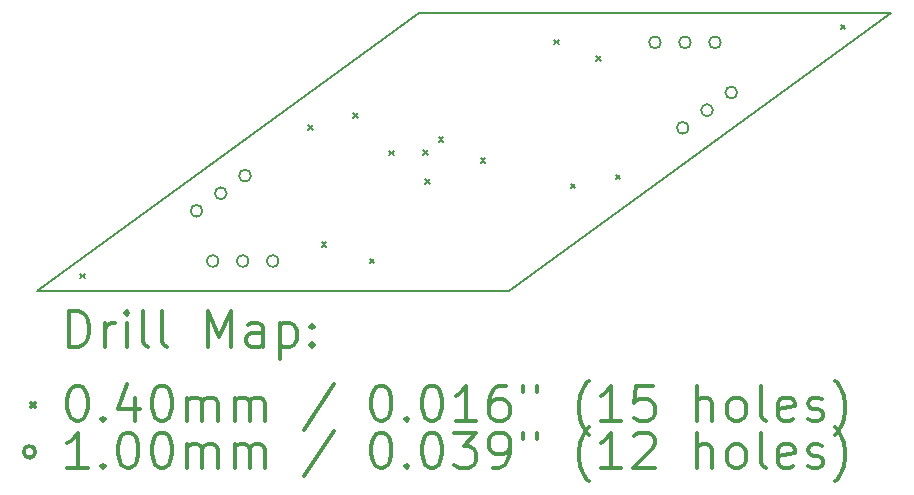
<source format=gbr>
%FSLAX45Y45*%
G04 Gerber Fmt 4.5, Leading zero omitted, Abs format (unit mm)*
G04 Created by KiCad (PCBNEW 5.1.8) date 2021-01-17 11:33:35*
%MOMM*%
%LPD*%
G01*
G04 APERTURE LIST*
%TA.AperFunction,Profile*%
%ADD10C,0.200000*%
%TD*%
%ADD11C,0.200000*%
%ADD12C,0.300000*%
G04 APERTURE END LIST*
D10*
X19115972Y-6153859D02*
X15115972Y-6153859D01*
X11879904Y-8505000D02*
X15879904Y-8505000D01*
X15879904Y-8505000D02*
X19115972Y-6153859D01*
X15115972Y-6153859D02*
X11879904Y-8505000D01*
D11*
X12248200Y-8362000D02*
X12288200Y-8402000D01*
X12288200Y-8362000D02*
X12248200Y-8402000D01*
X14178600Y-7104700D02*
X14218600Y-7144700D01*
X14218600Y-7104700D02*
X14178600Y-7144700D01*
X14292900Y-8095300D02*
X14332900Y-8135300D01*
X14332900Y-8095300D02*
X14292900Y-8135300D01*
X14559600Y-7003100D02*
X14599600Y-7043100D01*
X14599600Y-7003100D02*
X14559600Y-7043100D01*
X14699300Y-8235000D02*
X14739300Y-8275000D01*
X14739300Y-8235000D02*
X14699300Y-8275000D01*
X14864400Y-7320600D02*
X14904400Y-7360600D01*
X14904400Y-7320600D02*
X14864400Y-7360600D01*
X15155596Y-7317186D02*
X15195596Y-7357186D01*
X15195596Y-7317186D02*
X15155596Y-7357186D01*
X15169200Y-7561900D02*
X15209200Y-7601900D01*
X15209200Y-7561900D02*
X15169200Y-7601900D01*
X15283500Y-7206300D02*
X15323500Y-7246300D01*
X15323500Y-7206300D02*
X15283500Y-7246300D01*
X15639786Y-7386135D02*
X15679786Y-7426135D01*
X15679786Y-7386135D02*
X15639786Y-7426135D01*
X16261400Y-6380800D02*
X16301400Y-6420800D01*
X16301400Y-6380800D02*
X16261400Y-6420800D01*
X16401100Y-7600000D02*
X16441100Y-7640000D01*
X16441100Y-7600000D02*
X16401100Y-7640000D01*
X16617000Y-6520500D02*
X16657000Y-6560500D01*
X16657000Y-6520500D02*
X16617000Y-6560500D01*
X16782100Y-7523800D02*
X16822100Y-7563800D01*
X16822100Y-7523800D02*
X16782100Y-7563800D01*
X18687100Y-6253800D02*
X18727100Y-6293800D01*
X18727100Y-6253800D02*
X18687100Y-6293800D01*
X13283904Y-7830279D02*
G75*
G03*
X13283904Y-7830279I-50000J0D01*
G01*
X13489394Y-7680981D02*
G75*
G03*
X13489394Y-7680981I-50000J0D01*
G01*
X13694885Y-7531684D02*
G75*
G03*
X13694885Y-7531684I-50000J0D01*
G01*
X13421904Y-8255000D02*
G75*
G03*
X13421904Y-8255000I-50000J0D01*
G01*
X13675904Y-8255000D02*
G75*
G03*
X13675904Y-8255000I-50000J0D01*
G01*
X13929904Y-8255000D02*
G75*
G03*
X13929904Y-8255000I-50000J0D01*
G01*
X17165972Y-6403859D02*
G75*
G03*
X17165972Y-6403859I-50000J0D01*
G01*
X17419972Y-6403859D02*
G75*
G03*
X17419972Y-6403859I-50000J0D01*
G01*
X17673972Y-6403859D02*
G75*
G03*
X17673972Y-6403859I-50000J0D01*
G01*
X17400992Y-7127175D02*
G75*
G03*
X17400992Y-7127175I-50000J0D01*
G01*
X17606482Y-6977878D02*
G75*
G03*
X17606482Y-6977878I-50000J0D01*
G01*
X17811973Y-6828580D02*
G75*
G03*
X17811973Y-6828580I-50000J0D01*
G01*
D12*
X12156333Y-8980714D02*
X12156333Y-8680714D01*
X12227761Y-8680714D01*
X12270619Y-8695000D01*
X12299190Y-8723572D01*
X12313476Y-8752143D01*
X12327761Y-8809286D01*
X12327761Y-8852143D01*
X12313476Y-8909286D01*
X12299190Y-8937857D01*
X12270619Y-8966429D01*
X12227761Y-8980714D01*
X12156333Y-8980714D01*
X12456333Y-8980714D02*
X12456333Y-8780714D01*
X12456333Y-8837857D02*
X12470619Y-8809286D01*
X12484904Y-8795000D01*
X12513476Y-8780714D01*
X12542047Y-8780714D01*
X12642047Y-8980714D02*
X12642047Y-8780714D01*
X12642047Y-8680714D02*
X12627761Y-8695000D01*
X12642047Y-8709286D01*
X12656333Y-8695000D01*
X12642047Y-8680714D01*
X12642047Y-8709286D01*
X12827761Y-8980714D02*
X12799190Y-8966429D01*
X12784904Y-8937857D01*
X12784904Y-8680714D01*
X12984904Y-8980714D02*
X12956333Y-8966429D01*
X12942047Y-8937857D01*
X12942047Y-8680714D01*
X13327761Y-8980714D02*
X13327761Y-8680714D01*
X13427761Y-8895000D01*
X13527761Y-8680714D01*
X13527761Y-8980714D01*
X13799190Y-8980714D02*
X13799190Y-8823572D01*
X13784904Y-8795000D01*
X13756333Y-8780714D01*
X13699190Y-8780714D01*
X13670619Y-8795000D01*
X13799190Y-8966429D02*
X13770619Y-8980714D01*
X13699190Y-8980714D01*
X13670619Y-8966429D01*
X13656333Y-8937857D01*
X13656333Y-8909286D01*
X13670619Y-8880714D01*
X13699190Y-8866429D01*
X13770619Y-8866429D01*
X13799190Y-8852143D01*
X13942047Y-8780714D02*
X13942047Y-9080714D01*
X13942047Y-8795000D02*
X13970619Y-8780714D01*
X14027761Y-8780714D01*
X14056333Y-8795000D01*
X14070619Y-8809286D01*
X14084904Y-8837857D01*
X14084904Y-8923572D01*
X14070619Y-8952143D01*
X14056333Y-8966429D01*
X14027761Y-8980714D01*
X13970619Y-8980714D01*
X13942047Y-8966429D01*
X14213476Y-8952143D02*
X14227761Y-8966429D01*
X14213476Y-8980714D01*
X14199190Y-8966429D01*
X14213476Y-8952143D01*
X14213476Y-8980714D01*
X14213476Y-8795000D02*
X14227761Y-8809286D01*
X14213476Y-8823572D01*
X14199190Y-8809286D01*
X14213476Y-8795000D01*
X14213476Y-8823572D01*
X11829904Y-9455000D02*
X11869904Y-9495000D01*
X11869904Y-9455000D02*
X11829904Y-9495000D01*
X12213476Y-9310714D02*
X12242047Y-9310714D01*
X12270619Y-9325000D01*
X12284904Y-9339286D01*
X12299190Y-9367857D01*
X12313476Y-9425000D01*
X12313476Y-9496429D01*
X12299190Y-9553572D01*
X12284904Y-9582143D01*
X12270619Y-9596429D01*
X12242047Y-9610714D01*
X12213476Y-9610714D01*
X12184904Y-9596429D01*
X12170619Y-9582143D01*
X12156333Y-9553572D01*
X12142047Y-9496429D01*
X12142047Y-9425000D01*
X12156333Y-9367857D01*
X12170619Y-9339286D01*
X12184904Y-9325000D01*
X12213476Y-9310714D01*
X12442047Y-9582143D02*
X12456333Y-9596429D01*
X12442047Y-9610714D01*
X12427761Y-9596429D01*
X12442047Y-9582143D01*
X12442047Y-9610714D01*
X12713476Y-9410714D02*
X12713476Y-9610714D01*
X12642047Y-9296429D02*
X12570619Y-9510714D01*
X12756333Y-9510714D01*
X12927761Y-9310714D02*
X12956333Y-9310714D01*
X12984904Y-9325000D01*
X12999190Y-9339286D01*
X13013476Y-9367857D01*
X13027761Y-9425000D01*
X13027761Y-9496429D01*
X13013476Y-9553572D01*
X12999190Y-9582143D01*
X12984904Y-9596429D01*
X12956333Y-9610714D01*
X12927761Y-9610714D01*
X12899190Y-9596429D01*
X12884904Y-9582143D01*
X12870619Y-9553572D01*
X12856333Y-9496429D01*
X12856333Y-9425000D01*
X12870619Y-9367857D01*
X12884904Y-9339286D01*
X12899190Y-9325000D01*
X12927761Y-9310714D01*
X13156333Y-9610714D02*
X13156333Y-9410714D01*
X13156333Y-9439286D02*
X13170619Y-9425000D01*
X13199190Y-9410714D01*
X13242047Y-9410714D01*
X13270619Y-9425000D01*
X13284904Y-9453572D01*
X13284904Y-9610714D01*
X13284904Y-9453572D02*
X13299190Y-9425000D01*
X13327761Y-9410714D01*
X13370619Y-9410714D01*
X13399190Y-9425000D01*
X13413476Y-9453572D01*
X13413476Y-9610714D01*
X13556333Y-9610714D02*
X13556333Y-9410714D01*
X13556333Y-9439286D02*
X13570619Y-9425000D01*
X13599190Y-9410714D01*
X13642047Y-9410714D01*
X13670619Y-9425000D01*
X13684904Y-9453572D01*
X13684904Y-9610714D01*
X13684904Y-9453572D02*
X13699190Y-9425000D01*
X13727761Y-9410714D01*
X13770619Y-9410714D01*
X13799190Y-9425000D01*
X13813476Y-9453572D01*
X13813476Y-9610714D01*
X14399190Y-9296429D02*
X14142047Y-9682143D01*
X14784904Y-9310714D02*
X14813476Y-9310714D01*
X14842047Y-9325000D01*
X14856333Y-9339286D01*
X14870619Y-9367857D01*
X14884904Y-9425000D01*
X14884904Y-9496429D01*
X14870619Y-9553572D01*
X14856333Y-9582143D01*
X14842047Y-9596429D01*
X14813476Y-9610714D01*
X14784904Y-9610714D01*
X14756333Y-9596429D01*
X14742047Y-9582143D01*
X14727761Y-9553572D01*
X14713476Y-9496429D01*
X14713476Y-9425000D01*
X14727761Y-9367857D01*
X14742047Y-9339286D01*
X14756333Y-9325000D01*
X14784904Y-9310714D01*
X15013476Y-9582143D02*
X15027761Y-9596429D01*
X15013476Y-9610714D01*
X14999190Y-9596429D01*
X15013476Y-9582143D01*
X15013476Y-9610714D01*
X15213476Y-9310714D02*
X15242047Y-9310714D01*
X15270619Y-9325000D01*
X15284904Y-9339286D01*
X15299190Y-9367857D01*
X15313476Y-9425000D01*
X15313476Y-9496429D01*
X15299190Y-9553572D01*
X15284904Y-9582143D01*
X15270619Y-9596429D01*
X15242047Y-9610714D01*
X15213476Y-9610714D01*
X15184904Y-9596429D01*
X15170619Y-9582143D01*
X15156333Y-9553572D01*
X15142047Y-9496429D01*
X15142047Y-9425000D01*
X15156333Y-9367857D01*
X15170619Y-9339286D01*
X15184904Y-9325000D01*
X15213476Y-9310714D01*
X15599190Y-9610714D02*
X15427761Y-9610714D01*
X15513476Y-9610714D02*
X15513476Y-9310714D01*
X15484904Y-9353572D01*
X15456333Y-9382143D01*
X15427761Y-9396429D01*
X15856333Y-9310714D02*
X15799190Y-9310714D01*
X15770619Y-9325000D01*
X15756333Y-9339286D01*
X15727761Y-9382143D01*
X15713476Y-9439286D01*
X15713476Y-9553572D01*
X15727761Y-9582143D01*
X15742047Y-9596429D01*
X15770619Y-9610714D01*
X15827761Y-9610714D01*
X15856333Y-9596429D01*
X15870619Y-9582143D01*
X15884904Y-9553572D01*
X15884904Y-9482143D01*
X15870619Y-9453572D01*
X15856333Y-9439286D01*
X15827761Y-9425000D01*
X15770619Y-9425000D01*
X15742047Y-9439286D01*
X15727761Y-9453572D01*
X15713476Y-9482143D01*
X15999190Y-9310714D02*
X15999190Y-9367857D01*
X16113476Y-9310714D02*
X16113476Y-9367857D01*
X16556333Y-9725000D02*
X16542047Y-9710714D01*
X16513476Y-9667857D01*
X16499190Y-9639286D01*
X16484904Y-9596429D01*
X16470619Y-9525000D01*
X16470619Y-9467857D01*
X16484904Y-9396429D01*
X16499190Y-9353572D01*
X16513476Y-9325000D01*
X16542047Y-9282143D01*
X16556333Y-9267857D01*
X16827762Y-9610714D02*
X16656333Y-9610714D01*
X16742047Y-9610714D02*
X16742047Y-9310714D01*
X16713476Y-9353572D01*
X16684904Y-9382143D01*
X16656333Y-9396429D01*
X17099190Y-9310714D02*
X16956333Y-9310714D01*
X16942047Y-9453572D01*
X16956333Y-9439286D01*
X16984904Y-9425000D01*
X17056333Y-9425000D01*
X17084904Y-9439286D01*
X17099190Y-9453572D01*
X17113476Y-9482143D01*
X17113476Y-9553572D01*
X17099190Y-9582143D01*
X17084904Y-9596429D01*
X17056333Y-9610714D01*
X16984904Y-9610714D01*
X16956333Y-9596429D01*
X16942047Y-9582143D01*
X17470619Y-9610714D02*
X17470619Y-9310714D01*
X17599190Y-9610714D02*
X17599190Y-9453572D01*
X17584904Y-9425000D01*
X17556333Y-9410714D01*
X17513476Y-9410714D01*
X17484904Y-9425000D01*
X17470619Y-9439286D01*
X17784904Y-9610714D02*
X17756333Y-9596429D01*
X17742047Y-9582143D01*
X17727762Y-9553572D01*
X17727762Y-9467857D01*
X17742047Y-9439286D01*
X17756333Y-9425000D01*
X17784904Y-9410714D01*
X17827762Y-9410714D01*
X17856333Y-9425000D01*
X17870619Y-9439286D01*
X17884904Y-9467857D01*
X17884904Y-9553572D01*
X17870619Y-9582143D01*
X17856333Y-9596429D01*
X17827762Y-9610714D01*
X17784904Y-9610714D01*
X18056333Y-9610714D02*
X18027762Y-9596429D01*
X18013476Y-9567857D01*
X18013476Y-9310714D01*
X18284904Y-9596429D02*
X18256333Y-9610714D01*
X18199190Y-9610714D01*
X18170619Y-9596429D01*
X18156333Y-9567857D01*
X18156333Y-9453572D01*
X18170619Y-9425000D01*
X18199190Y-9410714D01*
X18256333Y-9410714D01*
X18284904Y-9425000D01*
X18299190Y-9453572D01*
X18299190Y-9482143D01*
X18156333Y-9510714D01*
X18413476Y-9596429D02*
X18442047Y-9610714D01*
X18499190Y-9610714D01*
X18527762Y-9596429D01*
X18542047Y-9567857D01*
X18542047Y-9553572D01*
X18527762Y-9525000D01*
X18499190Y-9510714D01*
X18456333Y-9510714D01*
X18427762Y-9496429D01*
X18413476Y-9467857D01*
X18413476Y-9453572D01*
X18427762Y-9425000D01*
X18456333Y-9410714D01*
X18499190Y-9410714D01*
X18527762Y-9425000D01*
X18642047Y-9725000D02*
X18656333Y-9710714D01*
X18684904Y-9667857D01*
X18699190Y-9639286D01*
X18713476Y-9596429D01*
X18727762Y-9525000D01*
X18727762Y-9467857D01*
X18713476Y-9396429D01*
X18699190Y-9353572D01*
X18684904Y-9325000D01*
X18656333Y-9282143D01*
X18642047Y-9267857D01*
X11869904Y-9871000D02*
G75*
G03*
X11869904Y-9871000I-50000J0D01*
G01*
X12313476Y-10006714D02*
X12142047Y-10006714D01*
X12227761Y-10006714D02*
X12227761Y-9706714D01*
X12199190Y-9749572D01*
X12170619Y-9778143D01*
X12142047Y-9792429D01*
X12442047Y-9978143D02*
X12456333Y-9992429D01*
X12442047Y-10006714D01*
X12427761Y-9992429D01*
X12442047Y-9978143D01*
X12442047Y-10006714D01*
X12642047Y-9706714D02*
X12670619Y-9706714D01*
X12699190Y-9721000D01*
X12713476Y-9735286D01*
X12727761Y-9763857D01*
X12742047Y-9821000D01*
X12742047Y-9892429D01*
X12727761Y-9949572D01*
X12713476Y-9978143D01*
X12699190Y-9992429D01*
X12670619Y-10006714D01*
X12642047Y-10006714D01*
X12613476Y-9992429D01*
X12599190Y-9978143D01*
X12584904Y-9949572D01*
X12570619Y-9892429D01*
X12570619Y-9821000D01*
X12584904Y-9763857D01*
X12599190Y-9735286D01*
X12613476Y-9721000D01*
X12642047Y-9706714D01*
X12927761Y-9706714D02*
X12956333Y-9706714D01*
X12984904Y-9721000D01*
X12999190Y-9735286D01*
X13013476Y-9763857D01*
X13027761Y-9821000D01*
X13027761Y-9892429D01*
X13013476Y-9949572D01*
X12999190Y-9978143D01*
X12984904Y-9992429D01*
X12956333Y-10006714D01*
X12927761Y-10006714D01*
X12899190Y-9992429D01*
X12884904Y-9978143D01*
X12870619Y-9949572D01*
X12856333Y-9892429D01*
X12856333Y-9821000D01*
X12870619Y-9763857D01*
X12884904Y-9735286D01*
X12899190Y-9721000D01*
X12927761Y-9706714D01*
X13156333Y-10006714D02*
X13156333Y-9806714D01*
X13156333Y-9835286D02*
X13170619Y-9821000D01*
X13199190Y-9806714D01*
X13242047Y-9806714D01*
X13270619Y-9821000D01*
X13284904Y-9849572D01*
X13284904Y-10006714D01*
X13284904Y-9849572D02*
X13299190Y-9821000D01*
X13327761Y-9806714D01*
X13370619Y-9806714D01*
X13399190Y-9821000D01*
X13413476Y-9849572D01*
X13413476Y-10006714D01*
X13556333Y-10006714D02*
X13556333Y-9806714D01*
X13556333Y-9835286D02*
X13570619Y-9821000D01*
X13599190Y-9806714D01*
X13642047Y-9806714D01*
X13670619Y-9821000D01*
X13684904Y-9849572D01*
X13684904Y-10006714D01*
X13684904Y-9849572D02*
X13699190Y-9821000D01*
X13727761Y-9806714D01*
X13770619Y-9806714D01*
X13799190Y-9821000D01*
X13813476Y-9849572D01*
X13813476Y-10006714D01*
X14399190Y-9692429D02*
X14142047Y-10078143D01*
X14784904Y-9706714D02*
X14813476Y-9706714D01*
X14842047Y-9721000D01*
X14856333Y-9735286D01*
X14870619Y-9763857D01*
X14884904Y-9821000D01*
X14884904Y-9892429D01*
X14870619Y-9949572D01*
X14856333Y-9978143D01*
X14842047Y-9992429D01*
X14813476Y-10006714D01*
X14784904Y-10006714D01*
X14756333Y-9992429D01*
X14742047Y-9978143D01*
X14727761Y-9949572D01*
X14713476Y-9892429D01*
X14713476Y-9821000D01*
X14727761Y-9763857D01*
X14742047Y-9735286D01*
X14756333Y-9721000D01*
X14784904Y-9706714D01*
X15013476Y-9978143D02*
X15027761Y-9992429D01*
X15013476Y-10006714D01*
X14999190Y-9992429D01*
X15013476Y-9978143D01*
X15013476Y-10006714D01*
X15213476Y-9706714D02*
X15242047Y-9706714D01*
X15270619Y-9721000D01*
X15284904Y-9735286D01*
X15299190Y-9763857D01*
X15313476Y-9821000D01*
X15313476Y-9892429D01*
X15299190Y-9949572D01*
X15284904Y-9978143D01*
X15270619Y-9992429D01*
X15242047Y-10006714D01*
X15213476Y-10006714D01*
X15184904Y-9992429D01*
X15170619Y-9978143D01*
X15156333Y-9949572D01*
X15142047Y-9892429D01*
X15142047Y-9821000D01*
X15156333Y-9763857D01*
X15170619Y-9735286D01*
X15184904Y-9721000D01*
X15213476Y-9706714D01*
X15413476Y-9706714D02*
X15599190Y-9706714D01*
X15499190Y-9821000D01*
X15542047Y-9821000D01*
X15570619Y-9835286D01*
X15584904Y-9849572D01*
X15599190Y-9878143D01*
X15599190Y-9949572D01*
X15584904Y-9978143D01*
X15570619Y-9992429D01*
X15542047Y-10006714D01*
X15456333Y-10006714D01*
X15427761Y-9992429D01*
X15413476Y-9978143D01*
X15742047Y-10006714D02*
X15799190Y-10006714D01*
X15827761Y-9992429D01*
X15842047Y-9978143D01*
X15870619Y-9935286D01*
X15884904Y-9878143D01*
X15884904Y-9763857D01*
X15870619Y-9735286D01*
X15856333Y-9721000D01*
X15827761Y-9706714D01*
X15770619Y-9706714D01*
X15742047Y-9721000D01*
X15727761Y-9735286D01*
X15713476Y-9763857D01*
X15713476Y-9835286D01*
X15727761Y-9863857D01*
X15742047Y-9878143D01*
X15770619Y-9892429D01*
X15827761Y-9892429D01*
X15856333Y-9878143D01*
X15870619Y-9863857D01*
X15884904Y-9835286D01*
X15999190Y-9706714D02*
X15999190Y-9763857D01*
X16113476Y-9706714D02*
X16113476Y-9763857D01*
X16556333Y-10121000D02*
X16542047Y-10106714D01*
X16513476Y-10063857D01*
X16499190Y-10035286D01*
X16484904Y-9992429D01*
X16470619Y-9921000D01*
X16470619Y-9863857D01*
X16484904Y-9792429D01*
X16499190Y-9749572D01*
X16513476Y-9721000D01*
X16542047Y-9678143D01*
X16556333Y-9663857D01*
X16827762Y-10006714D02*
X16656333Y-10006714D01*
X16742047Y-10006714D02*
X16742047Y-9706714D01*
X16713476Y-9749572D01*
X16684904Y-9778143D01*
X16656333Y-9792429D01*
X16942047Y-9735286D02*
X16956333Y-9721000D01*
X16984904Y-9706714D01*
X17056333Y-9706714D01*
X17084904Y-9721000D01*
X17099190Y-9735286D01*
X17113476Y-9763857D01*
X17113476Y-9792429D01*
X17099190Y-9835286D01*
X16927762Y-10006714D01*
X17113476Y-10006714D01*
X17470619Y-10006714D02*
X17470619Y-9706714D01*
X17599190Y-10006714D02*
X17599190Y-9849572D01*
X17584904Y-9821000D01*
X17556333Y-9806714D01*
X17513476Y-9806714D01*
X17484904Y-9821000D01*
X17470619Y-9835286D01*
X17784904Y-10006714D02*
X17756333Y-9992429D01*
X17742047Y-9978143D01*
X17727762Y-9949572D01*
X17727762Y-9863857D01*
X17742047Y-9835286D01*
X17756333Y-9821000D01*
X17784904Y-9806714D01*
X17827762Y-9806714D01*
X17856333Y-9821000D01*
X17870619Y-9835286D01*
X17884904Y-9863857D01*
X17884904Y-9949572D01*
X17870619Y-9978143D01*
X17856333Y-9992429D01*
X17827762Y-10006714D01*
X17784904Y-10006714D01*
X18056333Y-10006714D02*
X18027762Y-9992429D01*
X18013476Y-9963857D01*
X18013476Y-9706714D01*
X18284904Y-9992429D02*
X18256333Y-10006714D01*
X18199190Y-10006714D01*
X18170619Y-9992429D01*
X18156333Y-9963857D01*
X18156333Y-9849572D01*
X18170619Y-9821000D01*
X18199190Y-9806714D01*
X18256333Y-9806714D01*
X18284904Y-9821000D01*
X18299190Y-9849572D01*
X18299190Y-9878143D01*
X18156333Y-9906714D01*
X18413476Y-9992429D02*
X18442047Y-10006714D01*
X18499190Y-10006714D01*
X18527762Y-9992429D01*
X18542047Y-9963857D01*
X18542047Y-9949572D01*
X18527762Y-9921000D01*
X18499190Y-9906714D01*
X18456333Y-9906714D01*
X18427762Y-9892429D01*
X18413476Y-9863857D01*
X18413476Y-9849572D01*
X18427762Y-9821000D01*
X18456333Y-9806714D01*
X18499190Y-9806714D01*
X18527762Y-9821000D01*
X18642047Y-10121000D02*
X18656333Y-10106714D01*
X18684904Y-10063857D01*
X18699190Y-10035286D01*
X18713476Y-9992429D01*
X18727762Y-9921000D01*
X18727762Y-9863857D01*
X18713476Y-9792429D01*
X18699190Y-9749572D01*
X18684904Y-9721000D01*
X18656333Y-9678143D01*
X18642047Y-9663857D01*
M02*

</source>
